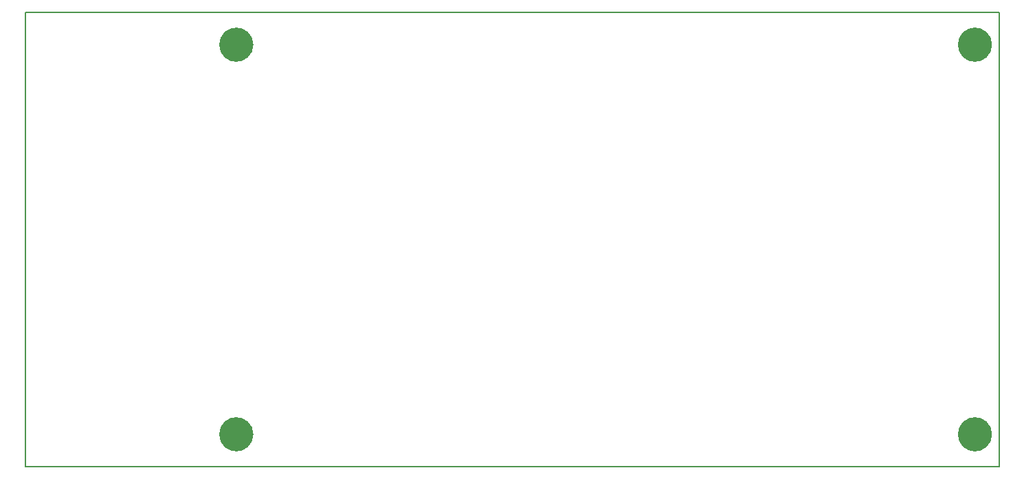
<source format=gbr>
%TF.GenerationSoftware,KiCad,Pcbnew,9.0.6*%
%TF.CreationDate,2025-12-14T23:53:19+07:00*%
%TF.ProjectId,audio_player,61756469-6f5f-4706-9c61-7965722e6b69,rev?*%
%TF.SameCoordinates,Original*%
%TF.FileFunction,Profile,NP*%
%FSLAX46Y46*%
G04 Gerber Fmt 4.6, Leading zero omitted, Abs format (unit mm)*
G04 Created by KiCad (PCBNEW 9.0.6) date 2025-12-14 23:53:19*
%MOMM*%
%LPD*%
G01*
G04 APERTURE LIST*
%TA.AperFunction,Profile*%
%ADD10C,2.100000*%
%TD*%
%TA.AperFunction,Profile*%
%ADD11C,0.200000*%
%TD*%
G04 APERTURE END LIST*
D10*
X209050000Y-113500000D02*
G75*
G02*
X206950000Y-113500000I-1050000J0D01*
G01*
X206950000Y-113500000D02*
G75*
G02*
X209050000Y-113500000I1050000J0D01*
G01*
X209050000Y-65500000D02*
G75*
G02*
X206950000Y-65500000I-1050000J0D01*
G01*
X206950000Y-65500000D02*
G75*
G02*
X209050000Y-65500000I1050000J0D01*
G01*
X118050000Y-113500000D02*
G75*
G02*
X115950000Y-113500000I-1050000J0D01*
G01*
X115950000Y-113500000D02*
G75*
G02*
X118050000Y-113500000I1050000J0D01*
G01*
X118050000Y-65500000D02*
G75*
G02*
X115950000Y-65500000I-1050000J0D01*
G01*
X115950000Y-65500000D02*
G75*
G02*
X118050000Y-65500000I1050000J0D01*
G01*
D11*
X91000000Y-61500000D02*
X211000000Y-61500000D01*
X211000000Y-117500000D01*
X91000000Y-117500000D01*
X91000000Y-61500000D01*
M02*

</source>
